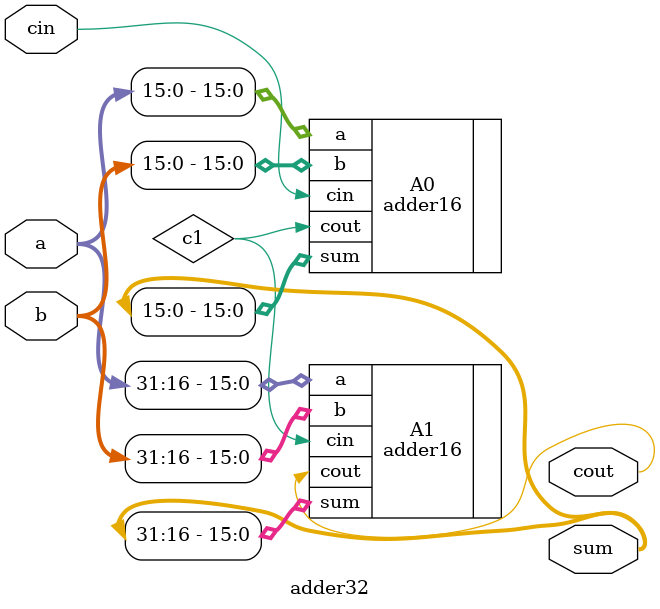
<source format=v>
module adder32(
    input  wire [31:0] a,
    input  wire [31:0] b,
    input  wire        cin,
    output wire [31:0] sum,
    output wire        cout
);
    wire c1;
    adder16 A0(.a(a[15:0]),  .b(b[15:0]),  .cin(cin), .sum(sum[15:0]),  .cout(c1));
    adder16 A1(.a(a[31:16]), .b(b[31:16]), .cin(c1),  .sum(sum[31:16]), .cout(cout));
endmodule
</source>
